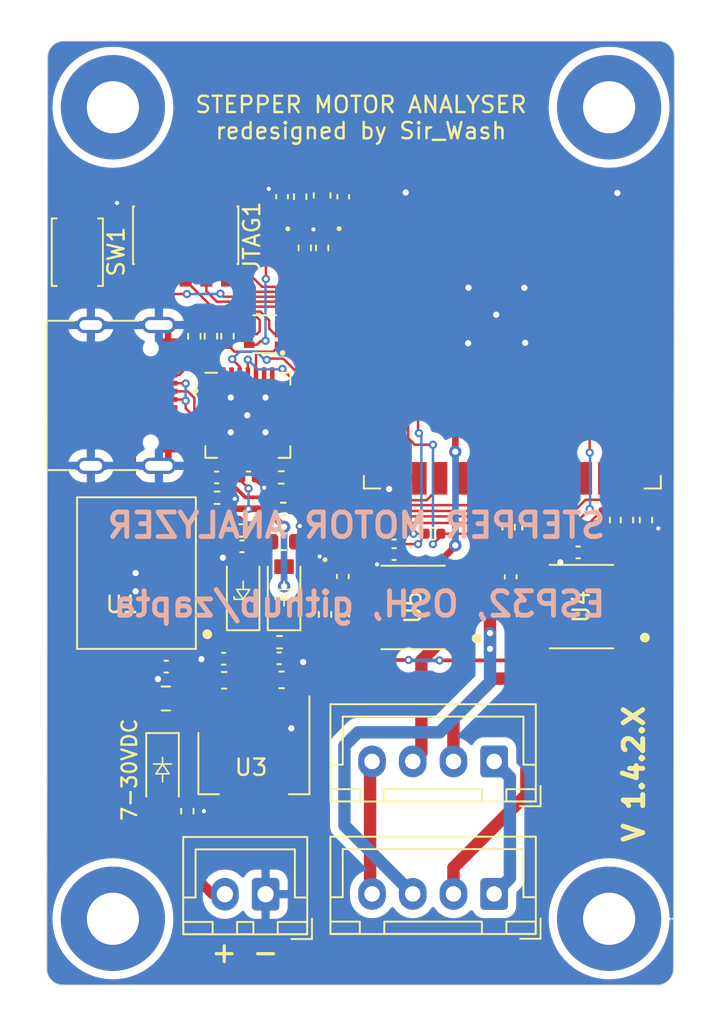
<source format=kicad_pcb>
(kicad_pcb (version 20221018) (generator pcbnew)
  (layers (0 "F.Cu" signal) (31 "B.Cu" signal) (34 "B.Paste" user) (35 "F.Paste" user) (36 "B.SilkS" user "B.Silkscreen") (37 "F.SilkS" user "F.Silkscreen") (38 "B.Mask" user) (39 "F.Mask" user) (44 "Edge.Cuts" user))
  (net 0 "")
  (net 1 "Net-(D6-A)")
  (net 2 "Net-(U3-VO)")
  (net 3 "Net-(U4-NC)")
  (net 4 "Net-(U5-NC)")
  (net 5 "Net-(D1-A)")
  (net 6 "Net-(D2-A)")
  (net 7 "Net-(D3-A)")
  (net 8 "GNDD")
  (net 9 "Net-(D4-A)")
  (net 10 "Net-(J1-Pin_1)")
  (net 13 "+3V3")
  (net 14 "Net-(J1-Pin_2)")
  (net 15 "Net-(J1-Pin_3)")
  (net 16 "Net-(J1-Pin_4)")
  (net 17 "Net-(J2-Pin_2)")
  (net 18 "Net-(J2-Pin_3)")
  (net 19 "Net-(J4-CC1)")
  (net 21 "Net-(J4-CC2)")
  (net 25 "Net-(Q1A-B1)")
  (net 26 "Net-(Q1B-B2)")
  (net 27 "Net-(U2-~{RSTb})")
  (net 28 "Net-(U2-RXD)")
  (net 29 "Net-(U2-TXD)")
  (net 30 "Net-(U4-VIOUT)")
  (net 31 "Net-(U5-VIOUT)")
  (net 50 "VBUS")
  (net 51 "EN")
  (net 52 "D+")
  (net 54 "D-")
  (net 56 "ESP_TMS")
  (net 57 "ESP_TCK")
  (net 63 "ESP_TDO")
  (net 64 "ESP_TDI")
  (net 65 "RTS")
  (net 66 "DTR")
  (net 67 "IO0")
  (net 68 "LED1")
  (net 69 "LED2")
  (net 70 "TXD0")
  (net 71 "RXD0")
  (net 72 "CHB")
  (net 73 "CHA")
  (net 74 "CFG1")
  (net 75 "CFG2")
  (net 76 "SWITCH")
  (net 88 "Net-(D3-K)")
  (net 89 "Net-(D5-K)")
  (footprint "Capacitor_SMD:C_0402_1005Metric" (layer "F.Cu") (at 10.8712 -12.9032)
    (fp_text reference "C8" hide)
    (fp_text value "100n")
  )
  (footprint "Capacitor_SMD:C_0603_1608Metric" (layer "F.Cu") (at 14.4272 -11.6078 180)
    (fp_text reference "C10" hide)
    (fp_text value "10u")
  )
  (footprint "Capacitor_SMD:C_0402_1005Metric" (layer "F.Cu") (at 14.2748 -12.9286 180)
    (fp_text reference "C11" hide)
    (fp_text value "100n")
  )
  (footprint "Capacitor_SMD:C_0402_1005Metric" (layer "F.Cu") (at 12.3952 -24.0262 180)
    (fp_text reference "C4" hide)
    (fp_text value "100n")
  )
  (footprint "Capacitor_SMD:C_0402_1005Metric" (layer "F.Cu") (at 10.4394 -24.0262)
    (fp_text reference "C7" hide)
    (fp_text value "100n")
  )
  (footprint "Resistor_SMD:R_0402_1005Metric" (layer "F.Cu") (at 17.0942 -15.6188 -90)
    (fp_text reference "R6" hide)
    (fp_text value "5K1")
  )
  (footprint "Resistor_SMD:R_0402_1005Metric" (layer "F.Cu") (at 15.8496 -38.1069 -90)
    (fp_text reference "R1" hide)
    (fp_text value "5K1")
  )
  (footprint "Resistor_SMD:R_0402_1005Metric" (layer "F.Cu") (at 16.9164 -38.1069 -90)
    (fp_text reference "R2" hide)
    (fp_text value "5K1")
  )
  (footprint "Resistor_SMD:R_0402_1005Metric" (layer "F.Cu") (at 14.4018 -24.0262)
    (fp_text reference "R7" hide)
    (fp_text value "5K1")
  )
  (footprint "stepper_monitor:QFN-28-1EP_5x5mm_P0.5mm_EP3.35x3.35mm" (layer "F.Cu") (at 12.3538 -27.838284 -90)
    (fp_text reference "U2" hide)
    (fp_text value "CP2102-GMR-QFN28")
  )
  (footprint "stepper_monitor:ESP32-WROOM-32U" (layer "F.Cu") (at 28.6004 -32.4268 90)
    (fp_text reference "U6" hide)
    (fp_text value "ESP32-WROOM-32U-N4")
  )
  (footprint "stepper_monitor:USB_C_Receptacle_XKB_U262-16XN-4BVC11" (layer "F.Cu") (at 5.2846 -29.0574 -90)
    (fp_text reference "J4" hide)
    (fp_text value "USB_C_Receptacle_USB2.0")
  )
  (footprint "Resistor_SMD:R_0402_1005Metric" (layer "F.Cu") (at 9.0678 -32.6898 -90)
    (fp_text reference "R4" hide)
    (fp_text value "5K1")
  )
  (footprint "Resistor_SMD:R_0402_1005Metric" (layer "F.Cu") (at 10.4648 -22.7816 180)
    (fp_text reference "R5" hide)
    (fp_text value "5K1")
  )
  (footprint "MountingHole:MountingHole_3.2mm_M3_Pad" (layer "F.Cu") (at 34.544 -46.736)
    (fp_text reference "H2" hide)
    (fp_text value "MountingHole_Pad")
  )
  (footprint "Capacitor_SMD:C_0402_1005Metric" (layer "F.Cu") (at 32.639 -19.4288)
    (fp_text reference "C14" hide)
    (fp_text value "100n")
  )
  (footprint "stepper_monitor:SOIC-8_3.9x4.9mm_P1.27mm" (layer "F.Cu") (at 32.8422 -16.1014 90)
    (fp_text reference "U4")
    (fp_text value "CC6920BSO-5A")
  )
  (footprint "MountingHole:MountingHole_3.2mm_M3_Pad" (layer "F.Cu") (at 34.544 3.048)
    (fp_text reference "H3" hide)
    (fp_text value "MountingHole_Pad")
  )
  (footprint "Resistor_SMD:R_0402_1005Metric" (layer "F.Cu") (at 36.8046 -21.41 -90)
    (fp_text reference "R17" hide)
    (fp_text value "DNP")
  )
  (footprint "Capacitor_SMD:C_0402_1005Metric" (layer "F.Cu") (at 28.4988 -17.9302 -90)
    (fp_text reference "C15" hide)
    (fp_text value "DNP")
  )
  (footprint "Resistor_SMD:R_0402_1005Metric" (layer "F.Cu") (at 28.4988 -15.6696 -90)
    (fp_text reference "R19" hide)
    (fp_text value "1K")
  )
  (footprint "Connector_JST:JST_XH_B4B-XH-A_1x04_P2.50mm_Vertical" (layer "F.Cu") (at 27.4823 -6.604 180)
    (fp_text reference "J1" hide)
    (fp_text value "JST-XH_01x04_Pin")
  )
  (footprint "stepper_monitor:D_SOD-123" (layer "F.Cu") (at 12.065 -16.9042 90)
    (fp_text reference "D6" hide)
    (fp_text value "B5819W ")
  )
  (footprint "Capacitor_SMD:C_0402_1005Metric" (layer "F.Cu") (at 7.3406 -12.4206)
    (fp_text reference "C2" hide)
    (fp_text value "100n 50V")
  )
  (footprint "Resistor_SMD:R_0402_1005Metric" (layer "F.Cu") (at 14.3002 -13.9192 180)
    (fp_text reference "R16" hide)
    (fp_text value "0R")
  )
  (footprint "stepper_monitor:SOT-223-3_TabPin2" (layer "F.Cu") (at 12.7254 -6.502 90)
    (fp_text reference "U3")
    (fp_text value "AMS1117-3.3")
  )
  (footprint "Capacitor_SMD:C_0805_2012Metric" (layer "F.Cu") (at 7.3152 -10.4648)
    (fp_text reference "C1" hide)
    (fp_text value "10u 50V")
  )
  (footprint "Capacitor_SMD:C_0402_1005Metric" (layer "F.Cu") (at 14.4526 -41.2494 -90)
    (fp_text reference "C9" hide)
    (fp_text value "2u2")
  )
  (footprint "Resistor_SMD:R_0402_1005Metric" (layer "F.Cu") (at 11.9888 -20.7772)
    (fp_text reference "R8" hide)
    (fp_text value "10K")
  )
  (footprint "Capacitor_SMD:C_0402_1005Metric" (layer "F.Cu") (at 18.1864 -17.9556 -90)
    (fp_text reference "C18" hide)
    (fp_text value "DNP")
  )
  (footprint "Capacitor_SMD:C_0402_1005Metric" (layer "F.Cu") (at 23.7236 -20.574 180)
    (fp_text reference "C16" hide)
    (fp_text value "2n2")
  )
  (footprint "Resistor_SMD:R_0402_1005Metric" (layer "F.Cu") (at 35.6362 -21.41 -90)
    (fp_text reference "R18" hide)
    (fp_text value "DNP")
  )
  (footprint "Resistor_SMD:R_0402_1005Metric" (layer "F.Cu") (at 28.3718 -20.9782 -90)
    (fp_text reference "R15" hide)
    (fp_text value "1K")
  )
  (footprint "stepper_monitor:SW_Push_SPST_NO_Alps_SKRK" (layer "F.Cu") (at 1.8796 -37.8438 -90)
    (fp_text reference "SW1")
    (fp_text value "SW_Push")
  )
  (footprint "stepper_monitor:D2_SOD-123" (layer "F.Cu") (at 7.112 -6.096 -90)
    (fp_text reference "D3" hide)
    (fp_text value "SM4007PL")
  )
  (footprint "stepper_monitor:Converter_DCDC" (layer "F.Cu") (at 5.2324 -18.1588 90)
    (fp_text reference "U1")
    (fp_text value "5V")
  )
  (footprint "Resistor_SMD:R_0402_1005Metric" (layer "F.Cu") (at 11.0998 -32.6898 -90)
    (fp_text reference "R11" hide)
    (fp_text value "5K1")
  )
  (footprint "Resistor_SMD:R_0402_1005Metric" (layer "F.Cu") (at 8.636 -3.554 -90)
    (fp_text reference "R3" hide)
    (fp_text value "200K")
  )
  (footprint "stepper_monitor:LED_0402_1005Metric_Pad0.77x0.64mm_HandSolder" (layer "F.Cu") (at 14.8082 -38.0815 -90)
    (fp_text reference "D1" hide)
    (fp_text value "RED")
  )
  (footprint "Capacitor_SMD:C_0603_1608Metric" (layer "F.Cu") (at 14.5542 -20.0792 180)
    (fp_text reference "C5" hide)
    (fp_text value "10u")
  )
  (footprint "Resistor_SMD:R_0402_1005Metric" (layer "F.Cu") (at 15.5702 -41.2516 90)
    (fp_text reference "R12" hide)
    (fp_text value "10K")
  )
  (footprint "Capacitor_SMD:C_0402_1005Metric" (layer "F.Cu") (at 11.9914 -19.7998)
    (fp_text reference "C3" hide)
    (fp_text value "100n")
  )
  (footprint "Resistor_SMD:R_0402_1005Metric" (layer "F.Cu") (at 29.591 -20.9782 -90)
    (fp_text reference "R14" hide)
    (fp_text value "1K")
  )
  (footprint "MountingHole:MountingHole_3.2mm_M3_Pad" (layer "F.Cu") (at 4.064 -46.736)
    (fp_text reference "H4" hide)
    (fp_text value "MountingHole_Pad")
  )
  (footprint "stepper_monitor:SOT-363_SC-70-6" (layer "F.Cu") (at 13.3858 -32.8168 90)
    (fp_text reference "Q1" hide)
    (fp_text value "MMDT2222A")
  )
  (footprint "stepper_monitor:LED_0402_1005Metric_Pad0.77x0.64mm_HandSolder" (layer "F.Cu") (at 17.0942 -17.7778 -90)
    (fp_text reference "D4" hide)
    (fp_text value "RED")
  )
  (footprint "Resistor_SMD:R_0402_1005Metric" (layer "F.Cu") (at 14.5288 -22.098 180)
    (fp_text reference "R9" hide)
    (fp_text value "10K")
  )
  (footprint "Resistor_SMD:R_0402_1005Metric" (layer "F.Cu") (at 18.1864 -15.6442 -90)
    (fp_text reference "R20" hide)
    (fp_text value "1K")
  )
  (footprint "stepper_monitor:LED_0402_1005Metric_Pad0.77x0.64mm_HandSolder" (layer "F.Cu") (at 17.9578 -38.0863 -90)
    (fp_text reference "D2" hide)
    (fp_text value "GREEN")
  )
  (footprint "Connector_JST:JST_XH_B2B-XH-A_1x02_P2.50mm_Vertical" (layer "F.Cu") (at 13.442 1.541 180)
    (fp_text reference "J3" hide)
    (fp_text value "JST-XH_01x02_Pin")
  )
  (footprint "stepper_monitor:SOIC-8_3.9x4.9mm_P1.27mm" (layer "F.Cu") (at 22.5044 -16.0506 90)
    (fp_text reference "U5")
    (fp_text value "CC6920BSO-5A")
  )
  (footprint "Capacitor_SMD:C_0402_1005Metric" (layer "F.Cu") (at 21.336 -20.574)
    (fp_text reference "C19" hide)
    (fp_text value "2n2")
  )
  (footprint "Capacitor_SMD:C_0402_1005Metric" (layer "F.Cu") (at 21.336 -19.3272)
    (fp_text reference "C17" hide)
    (fp_text value "100n")
  )
  (footprint "Capacitor_SMD:C_0603_1608Metric" (layer "F.Cu") (at 10.8966 -11.5824)
    (fp_text reference "C6" hide)
    (fp_text value "10u")
  )
  (footprint "Resistor_SMD:R_0402_1005Metric" (layer "F.Cu") (at 34.2138 -21.41 -90)
    (fp_text reference "R13" hide)
    (fp_text value "10K")
  )
  (footprint "Resistor_SMD:R_0402_1005Metric" (layer "F.Cu") (at 10.0838 -32.6898 90)
    (fp_text reference "R10" hide)
    (fp_text value "5K1")
  )
  (footprint "MountingHole:MountingHole_3.2mm_M3_Pad" (layer "F.Cu") (at 4.064 3.048)
    (fp_text reference "H1" hide)
    (fp_text value "MountingHole_Pad")
  )
  (footprint "stepper_monitor:PinHeader_2x05_P1.27mm_Vertical_SMD" (layer "F.Cu") (at 8.5344 -38.8852 180)
    (fp_text reference "J5" hide)
    (fp_text value "JTAG")
  )
  (footprint "Capacitor_SMD:C_0402_1005Metric" (layer "F.Cu") (at 18.2118 -41.2474 90)
    (fp_text reference "C13" hide)
    (fp_text value "100n")
  )
  (footprint "stepper_monitor:D_SOD-123" (layer "F.Cu") (at 14.5796 -16.9042 90)
    (fp_text reference "D5" hide)
    (fp_text value "B5819W ")
  )
  (footprint "Capacitor_SMD:C_0603_1608Metric" (layer "F.Cu") (at 16.9164 -41.3258 -90)
    (fp_text reference "C12" hide)
    (fp_text value "10u")
  )
  (footprint "Connector_JST:JST_XH_B4B-XH-A_1x04_P2.50mm_Vertical" (layer "F.Cu") (at 27.4823 1.524 180)
    (fp_text reference "J2" hide)
    (fp_text value "JST-XH_01x04_Pin")
  )
  (gr_line (start 1.054 -50.8) (end 37.554 -50.8) (stroke (width 0.05)) (layer "Edge.Cuts"))
  (gr_arc (start 0.054 -49.8) (mid 0.346893 -50.507107) (end 1.054 -50.8) (stroke (width 0.05)) (layer "Edge.Cuts"))
  (gr_arc (start 1 7.112) (mid 0.292893 6.819107) (end 0 6.112) (stroke (width 0.05)) (layer "Edge.Cuts"))
  (gr_arc (start 37.554 -50.8) (mid 38.261107 -50.507107) (end 38.554 -49.8) (stroke (width 0.05)) (layer "Edge.Cuts"))
  (gr_line (start 38.5 6.112) (end 38.554 -49.8) (stroke (width 0.05)) (layer "Edge.Cuts"))
  (gr_line (start 1 7.112) (end 37.5 7.112) (stroke (width 0.05)) (layer "Edge.Cuts"))
  (gr_arc (start 38.5 6.112) (mid 38.207107 6.819107) (end 37.5 7.112) (stroke (width 0.05)) (layer "Edge.Cuts"))
  (gr_line (start 0.054 -49.8) (end 0 6.112) (stroke (width 0.05)) (layer "Edge.Cuts"))
  (gr_text "STEPPER MOTOR ANALYZER\n\nESP32, OSH, github/zapta" (at 34.4678 -18.669) (layer "B.SilkS") (effects (font (size 1.5 1.5) (thickness 0.3)) (justify left mirror)))
  (gr_text "STEPPER MOTOR ANALYSER\nredesigned by Sir_Wash" (at 19.304 -44.704) (layer "F.SilkS") (effects (font (size 1 1)) (justify bottom)))
  (gr_text "+" (at 10.902 5.097) (layer "F.SilkS") (effects (font (size 1.27 1.27) (thickness 0.2032))))
  (gr_text "V 1.4.2.X" (at 36.068 -1.524 90) (layer "F.SilkS") (effects (font (size 1.2 1.2) (thickness 0.3)) (justify left)))
  (gr_text "7-30VDC" (at 5.08 -6.096 90) (layer "F.SilkS") (effects (font (size 0.9 0.9))))
  (gr_text "-" (at 13.442 5.097) (layer "F.SilkS") (effects (font (size 1.27 1.27) (thickness 0.2032))))
  (gr_text "JTAG1" (at 12.5984 -38.7858 90) (layer "F.SilkS") (effects (font (size 1 1))))
  (segment (start 12.4714 -19.7998) (end 12.4714 -18.9606) (width 0.4064) (layer "F.Cu") (net 1))
  (segment (start 12.4714 -18.9606) (end 12.065 -18.5542) (width 0.4064) (layer "F.Cu") (net 1))
  (segment (start 12.4714 -20.763) (end 12.4988 -20.7904) (width 0.3048) (layer "F.Cu") (net 1))
  (segment (start 13.4998 -19.7998) (end 13.7792 -20.0792) (width 0.3048) (layer "F.Cu") (net 1))
  (segment (start 10.0054 -20.6988) (end 8.3518 -20.6988) (width 0.4064) (layer "F.Cu") (net 1))
  (segment (start 10.7726 -21.466) (end 10.0054 -20.6988) (width 0.4064) (layer "F.Cu") (net 1))
  (segment (start 12.4714 -19.7998) (end 13.4998 -19.7998) (width 0.3048) (layer "F.Cu") (net 1))
  (segment (start 12.4988 -20.7904) (end 11.8232 -21.466) (width 0.4064) (layer "F.Cu") (net 1))
  (segment (start 11.8232 -21.466) (end 10.7726 -21.466) (width 0.4064) (layer "F.Cu") (net 1))
  (segment (start 12.4714 -19.7998) (end 12.4714 -20.763) (width 0.4064) (layer "F.Cu") (net 1))
  (segment (start 13.7948 -11.7504) (end 13.6522 -11.6078) (width 0.4064) (layer "F.Cu") (net 2))
  (segment (start 12.7254 -11.049) (end 12.7254 -9.5008) (width 0.4064) (layer "F.Cu") (net 2))
  (segment (start 13.6522 -11.6078) (end 13.2842 -11.6078) (width 0.4064) (layer "F.Cu") (net 2))
  (segment (start 13.7948 -12.9286) (end 13.7948 -11.7504) (width 0.4064) (layer "F.Cu") (net 2))
  (segment (start 13.7648 -12.9586) (end 13.7948 -12.9286) (width 0.4064) (layer "F.Cu") (net 2))
  (segment (start 13.2842 -11.6078) (end 12.7254 -11.049) (width 0.4064) (layer "F.Cu") (net 2))
  (segment (start 12.7254 -9.5008) (end 12.7254 -3.2008) (width 0.6096) (layer "F.Cu") (net 2))
  (segment (start 13.7648 -14.0208) (end 13.7648 -12.9586) (width 0.4064) (layer "F.Cu") (net 2))
  (segment (start 29.3624 -16.7364) (end 30.3672 -16.7364) (width 0.1524) (layer "F.Cu") (net 3))
  (segment (start 28.4988 -17.4502) (end 28.6486 -17.4502) (width 0.1524) (layer "F.Cu") (net 3))
  (segment (start 28.6486 -17.4502) (end 29.3624 -16.7364) (width 0.1524) (layer "F.Cu") (net 3))
  (segment (start 18.1864 -17.4756) (end 18.9764 -16.6856) (width 0.1524) (layer "F.Cu") (net 4))
  (segment (start 18.9764 -16.6856) (end 20.0294 -16.6856) (width 0.1524) (layer "F.Cu") (net 4))
  (segment (start 15.8496 -38.6169) (end 15.8496 -38.5504) (width 0.1524) (layer "F.Cu") (net 5))
  (segment (start 15.8496 -38.5504) (end 14.8082 -37.509) (width 0.1524) (layer "F.Cu") (net 5))
  (segment (start 16.9164 -38.5552) (end 17.9578 -37.5138) (width 0.1524) (layer "F.Cu") (net 6))
  (segment (start 16.9164 -38.6169) (end 16.9164 -38.5552) (width 0.1524) (layer "F.Cu") (net 6))
  (segment (start 7.112 -1.524) (end 10.177 1.541) (width 0.6096) (layer "F.Cu") (net 7))
  (segment (start 7.112 -4.446) (end 7.112 -1.524) (width 0.6096) (layer "F.Cu") (net 7))
  (segment (start 10.177 1.541) (end 10.942 1.541) (width 0.6096) (layer "F.Cu") (net 7))
  (segment (start 15.189 -11.5946) (end 15.189 -9.3706) (width 0.6096) (layer "F.Cu") (net 8))
  (segment (start 9.8044 -40.8352) (end 4.3492 -40.8352) (width 0.3048) (layer "F.Cu") (net 8))
  (segment (start 30.7336 -18.0064) (end 32.156 -19.4288) (width 0.1524) (layer "F.Cu") (net 8))
  (segment (start 9.652 -3.556) (end 9.14 -3.044) (width 0.2286) (layer "F.Cu") (net 8))
  (segment (start 17.2898 -41.7274) (end 16.9164 -42.1008) (width 0.1524) (layer "F.Cu") (net 8))
  (segment (start 6.8326 -11.6586) (end 6.8326 -10.9322) (width 0.4064) (layer "F.Cu") (net 8))
  (segment (start 17.3736 -39.243) (end 16.383 -39.243) (width 0.1524) (layer "F.Cu") (net 8))
  (segment (start 29.2376 -18.0064) (end 30.3672 -18.0064) (width 0.1524) (layer "F.Cu") (net 8))
  (segment (start 8.3518 -18.1588) (end 9.7586 -18.1588) (width 0.3048) (layer "F.Cu") (net 8))
  (segment (start 7.4546 -32.2574) (end 8.1254 -32.2574) (width 0.1524) (layer "F.Cu") (net 8))
  (segment (start 36.8046 -20.9) (end 35.6362 -20.9) (width 0.1524) (layer "F.Cu") (net 8))
  (segment (start 6.8326 -11.6586) (end 6.8606 -11.6866) (width 0.4064) (layer "F.Cu") (net 8))
  (segment (start 20.2944 -18.6924) (end 20.2944 -18.2206) (width 0.1524) (layer "F.Cu") (net 8))
  (segment (start 2.8022 -40.8664) (end 4.318 -40.8664) (width 0.1524) (layer "F.Cu") (net 8))
  (segment (start 15.5428 -21.8206) (end 15.5428 -21.0444) (width 0.3048) (layer "F.Cu") (net 8))
  (segment (start 14.7548 -12.2576) (end 15.127 -11.8854) (width 0.3048) (layer "F.Cu") (net 8))
  (segment (start 11.8538 -28.338284) (end 12.3538 -27.838284) (width 0.1524) (layer "F.Cu") (net 8))
  (segment (start 18.2118 -41.7274) (end 17.2898 -41.7274) (width 0.1524) (layer "F.Cu") (net 8))
  (segment (start 8.1254 -32.2574) (end 9.0678 -33.1998) (width 0.1524) (layer "F.Cu") (net 8))
  (segment (start 17.9578 -38.6588) (end 17.3736 -39.243) (width 0.1524) (layer "F.Cu") (net 8))
  (segment (start 37.1004 -41.508) (end 35.0836 -41.508) (width 0.4064) (layer "F.Cu") (net 8))
  (segment (start 12.8752 -23.7875) (end 12.8752 -24.0262) (width 0.1524) (layer "F.Cu") (net 8))
  (segment (start 10.2362 -25.1184) (end 10.2362 -24.8136) (width 0.1524) (layer "F.Cu") (net 8))
  (segment (start 12.3538 -27.838284) (end 10.2362 -25.720684) (width 0.1524) (layer "F.Cu") (net 8))
  (segment (start 11.5114 -19.7998) (end 11.5114 -20.7578) (width 0.3048) (layer "F.Cu") (net 8))
  (segment (start 10.9748 -22.7816) (end 11.480543 -22.7816) (width 0.1524) (layer "F.Cu") (net 8))
  (segment (start 10.1216 -11.6208) (end 9.4996 -12.2428) (width 0.2286) (layer "F.Cu") (net 8))
  (segment (start 19.881 -41.7274) (end 18.2118 -41.7274) (width 0.1524) (layer "F.Cu") (net 8))
  (segment (start 5.461 -13.8202) (end 5.461 -17.0416) (width 0.4064) (layer "F.Cu") (net 8))
  (segment (start 18.6664 -17.9556) (end 20.0294 -17.9556) (width 0.1524) (layer "F.Cu") (net 8))
  (segment (start 5.461 -18.1588) (end 8.3518 -18.1588) (width 0.4064) (layer "F.Cu") (net 8))
  (segment (start 18.1864 -18.4356) (end 18.6664 -17.9556) (width 0.1524) (layer "F.Cu") (net 8))
  (segment (start 9.525 -12.9032) (end 9.4996 -12.8778) (width 0.2286) (layer "F.Cu") (net 8))
  (segment (start 6.8606 -11.6866) (end 6.8606 -12.4206) (width 0.4064) (layer "F.Cu") (net 8))
  (segment (start 9.7312 -18.0196) (end 11.5114 -19.7998) (width 0.3048) (layer "F.Cu") (net 8))
  (segment (start 14.7548 -12.9286) (end 14.7548 -12.2576) (width 0.3048) (layer "F.Cu") (net 8))
  (segment (start 9.14 -3.044) (end 8.636 -3.044) (width 0.2286) (layer "F.Cu") (net 8))
  (segment (start 15.0388 -22.098) (end 15.2654 -22.098) (width 0.3048) (layer "F.Cu") (net 8))
  (segment (start 20.1004 -41.508) (end 19.881 -41.7274) (width 0.1524) (layer "F.Cu") (net 8))
  (segment (start 4.3492 -40.8352) (end 4.318 -40.8664) (width 0.2286) (layer "F.Cu") (net 8))
  (segment (start 17.0942 -18.3503) (end 16.764 -18.6805) (width 0.1524) (layer "F.Cu") (net 8))
  (segment (start 10.1216 -11.5824) (end 10.1216 -11.6208) (width 0.2286) (layer "F.Cu") (net 8))
  (segment (start 11.093884 -28.338284) (end 11.8538 -28.338284) (width 0.1524) (layer "F.Cu") (net 8))
  (segment (start 5.461 -18.1588) (end 5.461 -17.0416) (width 0.4064) (layer "F.Cu") (net 8))
  (segment (start 15.2022 -11.6078) (end 15.189 -11.5946) (width 0.6096) (layer "F.Cu") (net 8))
  (segment (start 30.3672 -18.0064) (end 30.7336 -18.0064) (width 0.1524) (layer "F.Cu") (net 8))
  (segment (start 2.6718 -18.1588) (end 5.461 -18.1588) (width 0.4064) (layer "F.Cu") (net 8))
  (segment (start 15.5428 -21.0444) (end 15.5428 -20.2928) (width 0.3048) (layer "F.Cu") (net 8))
  (segment (start 23.2436 -20.574) (end 22.5298 -20.574) (width 0.1524) (layer "F.Cu") (net 8))
  (segment (start 6.8326 -10.9322) (end 6.3652 -10.4648) (width 0.4064) (layer "F.Cu") (net 8))
  (segment (start 28.8338 -18.4102) (end 29.2376 -18.0064) (width 0.1524) (layer "F.Cu") (net 8))
  (segment (start 20.2944 -18.2206) (end 20.0294 -17.9556) (width 0.1524) (layer "F.Cu") (net 8))
  (segment (start 11.5114 -20.7578) (end 11.4788 -20.7904) (width 0.3048) (layer "F.Cu") (net 8))
  (segment (start 15.0254 -8.636) (end 15.0254 -9.5008) (width 0.6096) (layer "F.Cu") (net 8))
  (segment (start 9.9038 -28.338284) (end 11.093884 -28.338284) (width 0.1524) (layer "F.Cu") (net 8))
  (segment (start 11.480543 -22.7816) (end 11.547043 -22.7151) (width 0.1524) (layer "F.Cu") (net 8))
  (segment (start 13.6424 -41.7294) (end 13.6396 -41.7322) (width 0.1524) (layer "F.Cu") (net 8))
  (segment (start 35.0836 -41.508) (end 35.0518 -41.4762) (width 0.2286) (layer "F.Cu") (net 8))
  (segment (start 15.5428 -20.2928) (end 15.3292 -20.0792) (width 0.3048) (layer "F.Cu") (net 8))
  (segment (start 32.156 -19.4288) (end 32.159 -19.4288) (width 0.1524) (layer "F.Cu") (net 8))
  (segment (start 15.748 -12.1536) (end 15.2022 -11.6078) (width 0.6096) (layer "F.Cu") (net 8))
  (segment (start 1.8796 -39.9438) (end 2.8022 -40.8664) (width 0.1524) (layer "F.Cu") (net 8))
  (segment (start 7.161 -33.3774) (end 7.4546 -33.0838) (width 0.4064) (layer "F.Cu") (net 8))
  (segment (start 10.2362 -25.720684) (end 10.2362 -25.1184) (width 0.1524) (layer "F.Cu") (net 8))
  (segment (start 37.5646 -20.9) (end 37.5666 -20.902) (width 0.1524) (layer "F.Cu") (net 8))
  (segment (start 22.8854 -23.998) (end 21.7142 -23.998) (width 0.4064) (layer "F.Cu") (net 8))
  (segment (start 21.7142 -23.998) (end 21.0312 -23.315) (width 0.4064) (layer "F.Cu") (net 8))
  (segment (start 13.3604 -23.3934) (end 12.8752 -23.7875) (width 0.1524) (layer "F.Cu") (net 8))
  (segment (start 14.4526 -41.7294) (end 13.6424 -41.7294) (width 0.1524) (layer "F.Cu") (net 8))
  (segment (start 6.8606 -12.4206) (end 5.461 -13.8202) (width 0.4064) (layer "F.Cu") (net 8))
  (segment (start 15.2654 -22.098) (end 15.5428 -21.8206) (width 0.3048) (layer "F.Cu") (net 8))
  (segment (start 15.3972 -39.243) (end 16.383 -39.243) (width 0.1524) (layer "F.Cu") (net 8))
  (segment (start 10.3912 -12.9032) (end 9.525 -12.9032) (width 0.2286) (layer "F.Cu") (net 8))
  (segment (start 6.8896 -33.3774) (end 7.161 -33.3774) (width 0.4064) (layer "F.Cu") (net 8))
  (segment (start 20.856 -19.3272) (end 20.856 -19.254) (width 0.1524) (layer "F.Cu") (net 8))
  (segment (start 22.5298 -20.574) (end 21.816 -20.574) (width 0.1524) (layer "F.Cu") (net 8))
  (segment (start 10.2362 -24.8136) (end 10.894 -24.1558) (width 0.1524) (layer "F.Cu") (net 8))
  (segment (start 7.4546 -33.0838) (end 7.4546 -32.2574) (width 0.4064) (layer "F.Cu") (net 8))
  (segment (start 16.764 -18.6805) (end 16.764 -19.177) (width 0.1524) (layer "F.Cu") (net 8))
  (segment (start 7.4674 -25.1129) (end 7.4674 -25.5815) (width 0.4064) (layer "F.Cu") (net 8))
  (segment (start 36.8046 -20.9) (end 37.5646 -20.9) (width 0.1524) (layer "F.Cu") (net 8))
  (segment (start 20.1004 -41.508) (end 22.047 -41.508) (width 0.4064) (layer "F.Cu") (net 8))
  (segment (start 10.894 -24.1558) (end 10.894 -24.0516) (width 0.1524) (layer "F.Cu") (net 8))
  (segment (start 20.856 -19.254) (end 20.2944 -18.6924) (width 0.1524) (layer "F.Cu") (net 8))
  (segment (start 15.748 -12.7) (end 15.748 -12.1536) (width 0.6096) (layer "F.Cu") (net 8))
  (segment (start 9.4996 -12.2428) (end 9.4996 -12.8778) (width 0.2286) (layer "F.Cu") (net 8))
  (segment (start 14.8082 -38.654) (end 15.3972 -39.243) (width 0.1524) (layer "F.Cu") (net 8))
  (segment (start 28.4988 -18.4102) (end 28.8338 -18.4102) (width 0.1524) (layer "F.Cu") (net 8))
  (via (at 11.303 -28.9306) (size 0.762) (drill 0.381) (layers "F.Cu" "B.Cu") (net 8))
  (via (at 6.8326 -11.6586) (size 0.762) (drill 0.381) (layers "F.Cu" "B.Cu") (net 8))
  (via (at 13.4366 -28.9306) (size 0.762) (drill 0.381) (layers "F.Cu" "B.Cu") (net 8))
  (via (at 13.3604 -23.3934) (size 0.508) (drill 0.254) (layers "F.Cu" "B.Cu") (net 8))
  (via (at 31.5466 -18.8194) (size 0.762) (drill 0.381) (layers "F.Cu" "B.Cu") (net 8))
  (via (at 15.0254 -8.636) (size 0.762) (drill 0.381) (layers "F.Cu" "B.Cu") (net 8))
  (via (at 13.6396 -41.7322) (size 0.508) (drill 0.254) (layers "F.Cu" "B.Cu") (net 8))
  (via (at 29.3878 -32.2834) (size 0.762) (drill 0.381) (layers "F.Cu" "B.Cu") (net 8))
  (via (at 16.764 -19.177) (size 0.508) (drill 0.254) (layers "F.Cu" "B.Cu") (net 8))
  (via (at 25.8826 -32.258) (size 0.762) (drill 0.381) (layers "F.Cu" "B.Cu") (net 8))
  (via (at 9.652 -3.556) (size 0.508) (drill 0.254) (layers "F.Cu" "B.Cu") (net 8))
  (via (at 12.319 -27.8384) (size 0.762) (drill 0.381) (layers "F.Cu" "B.Cu") (net 8))
  (via (at 13.4366 -26.797) (size 0.762) (drill 0.381) (layers "F.Cu" "B.Cu") (net 8))
  (via (at 11.547043 -22.7151) (size 0.508) (drill 0.254) (layers "F.Cu" "B.Cu") (net 8))
  (via (at 29.337 -35.6616) (size 0.762) (drill 0.381) (layers "F.Cu" "B.Cu") (net 8))
  (via (at 35.0518 -41.4762) (size 0.762) (drill 0.381) (layers "F.Cu" "B.Cu") (net 8))
  (via (at 25.908 -35.6616) (size 0.762) (drill 0.381) (layers "F.Cu" "B.Cu") (net 8))
  (via (at 10.8204 -19.1008) (size 0.762) (drill 0.381) (layers "F.Cu" "B.Cu") (net 8))
  (via (at 16.383 -39.243) (size 0.508) (drill 0.254) (layers "F.Cu" "B.Cu") (net 8))
  (via (at 21.0312 -23.315) (size 0.762) (drill 0.381) (layers "F.Cu" "B.Cu") (net 8))
  (via (at 15.748 -12.7) (size 0.762) (drill 0.381) (layers "F.Cu" "B.Cu") (net 8))
  (via (at 4.318 -40.8664) (size 0.762) (drill 0.254) (layers "F.Cu" "B.Cu") (net 8))
  (via (at 5.461 -17.0416) (size 0.762) (drill 0.381) (layers "F.Cu" "B.Cu") (net 8))
  (via (at 15.5428 -21.0444) (size 0.508) (drill 0.254) (layers "F.Cu" "B.Cu") (net 8))
  (via (at 22.5298 -20.574) (size 0.508) (drill 0.254) (layers "F.Cu" "B.Cu") (net 8))
  (via (at 9.4996 -12.8778) (size 0.762) (drill 0.381) (layers "F.Cu" "B.Cu") (net 8))
  (via (at 37.5666 -20.902) (size 0.508) (drill 0.254) (layers "F.Cu" "B.Cu") (net 8))
  (via (at 5.461 -18.1588) (size 0.762) (drill 0.381) (layers "F.Cu" "B.Cu") (net 8))
  (via (at 22.047 -41.508) (size 0.762) (drill 0.381) (layers "F.Cu" "B.Cu") (net 8))
  (via (at 20.2944 -18.6924) (size 0.508) (drill 0.254) (layers "F.Cu" "B.Cu") (net 8))
  (via (at 11.303 -26.797) (size 0.762) (drill 0.381) (layers "F.Cu" "B.Cu") (net 8))
  (via (at 27.6098 -34.0106) (size 0.762) (drill 0.381) (layers "F.Cu" "B.Cu") (net 8))
  (segment (start 17.0942 -17.2053) (end 17.0942 -16.1288) (width 0.1524) (layer "F.Cu") (net 9))
  (segment (start 28.448 0.5583) (end 28.448 -5.6383) (width 0.762) (layer "B.Cu") (net 10))
  (segment (start 28.448 -5.6383) (end 27.4823 -6.604) (width 0.762) (layer "B.Cu") (net 10))
  (segment (start 27.4823 1.524) (end 28.448 0.5583) (width 0.762) (layer "B.Cu") (net 10))
  (segment (start 14.7848 -14.0208) (end 16.2052 -14.0208) (width 0.4064) (layer "F.Cu") (net 13))
  (segment (start 30.3672 -14.162) (end 29.0068 -12.8016) (width 0.2286) (layer "F.Cu") (net 13))
  (segment (start 10.5638 -23.4218) (end 11.576017 -23.4218) (width 0.2286) (layer "F.Cu") (net 13))
  (segment (start 9.9038 -26.338284) (end 9.9038 -26.0052) (width 0.2286) (layer "F.Cu") (net 13))
  (segment (start 15.7056 -41.7616) (end 15.5702 -41.7616) (width 0.3048) (layer "F.Cu") (net 13))
  (segment (start 25.1204 -29.8176) (end 23.7998 -31.1382) (width 0.4064) (layer "F.Cu") (net 13))
  (segment (start 32.0802 -15.1892) (end 32.0802 -17.727) (width 0.2286) (layer "F.Cu") (net 13))
  (segment (start 25.0952 -25.6032) (end 25.1204 -29.8176) (width 0.4064) (layer "F.Cu") (net 13))
  (segment (start 16.2052 -15.1088) (end 17.0942 -15.1088) (width 0.1524) (layer "F.Cu") (net 13))
  (segment (start 34.2138 -20.5236) (end 34.2138 -20.9) (width 0.1524) (layer "F.Cu") (net 13))
  (segment (start 20.1004 -40.238) (end 18.7412 -40.238) (width 0.3048) (layer "F.Cu") (net 13))
  (segment (start 18.4284 -40.5508) (end 16.9164 -40.5508) (width 0.3048) (layer "F.Cu") (net 13))
  (segment (start 23.7998 -37.945) (end 21.5068 -40.238) (width 0.4064) (layer "F.Cu") (net 13))
  (segment (start 16.2052 -14.0208) (end 16.8148 -13.4112) (width 0.4064) (layer "F.Cu") (net 13))
  (segment (start 30.3672 -14.1964) (end 31.0874 -14.1964) (width 0.3048) (layer "F.Cu") (net 13))
  (segment (start 16.8148 -13.4112) (end 21.463 -13.4112) (width 0.4064) (layer "F.Cu") (net 13))
  (segment (start 16.9164 -40.5508) (end 15.7056 -41.7616) (width 0.3048) (layer "F.Cu") (net 13))
  (segment (start 25.0952 -19.812) (end 25.0952 -19.8628) (width 0.4064) (layer "F.Cu") (net 13))
  (segment (start 32.0802 -17.727) (end 33.119 -18.7658) (width 0.2286) (layer "F.Cu") (net 13))
  (segment (start 21.816 -15.0578) (end 21.816 -19.3272) (width 0.2286) (layer "F.Cu") (net 13))
  (segment (start 12.190817 -22.807) (end 15.8772 -22.807) (width 0.2286) (layer "F.Cu") (net 13))
  (segment (start 20.0294 -14.1456) (end 20.9038 -14.1456) (width 0.1524) (layer "F.Cu") (net 13))
  (segment (start 14.9118 -22.8304) (end 14.9098 -22.8324) (width 0.1524) (layer "F.Cu") (net 13))
  (segment (start 23.2156 -17.9324) (end 25.0952 -19.812) (width 0.4064) (layer "F.Cu") (net 13))
  (segment (start 20.1422 -12.827) (end 22.225 -12.827) (width 0.2286) (layer "F.Cu") (net 13))
  (segment (start 21.5068 -40.238) (end 20.1004 -40.238) (width 0.4064) (layer "F.Cu") (net 13))
  (segment (start 20.0294 -14.1456) (end 20.0294 -13.4112) (width 0.2286) (layer "F.Cu") (net 13))
  (segment (start 11.576017 -23.4218) (end 12.190817 -22.807) (width 0.2286) (layer "F.Cu") (net 13))
  (segment (start 33.119 -18.7658) (end 33.119 -19.4288) (width 0.2286) (layer "F.Cu") (net 13))
  (segment (start 29.0068 -12.8016) (end 24.13 -12.8016) (width 0.2286) (layer "F.Cu") (net 13))
  (segment (start 14.9098 -22.8324) (end 14.9098 -24.0242) (width 0.2286) (layer "F.Cu") (net 13))
  (segment (start 33.119 -19.4288) (end 34.2138 -20.5236) (width 0.1524) (layer "F.Cu") (net 13))
  (segment (start 18.7412 -40.238) (end 18.4284 -40.5508) (width 0.3048) (layer "F.Cu") (net 13))
  (segment (start 20.0294 -12.9398) (end 20.1422 -12.827) (width 0.2286) (layer "F.Cu") (net 13))
  (segment (start 21.463 -13.4112) (end 23.2156 -15.1638) (width 0.4064) (layer "F.Cu") (net 13))
  (segment (start 9.9594 -24.0262) (end 10.5638 -23.4218) (width 0.2286) (layer "F.Cu") (net 13))
  (segment (start 16.2052 -22.479) (end 15.8772 -22.807) (width 0.2286) (layer "F.Cu") (net 13))
  (segment (start 20.0294 -13.4112) (end 20.0294 -12.9398) (width 0.2286) (layer "F.Cu") (net 13))
  (segment (start 14.9098 -24.0242) (end 14.9118 -24.0262) (width 0.1524) (layer "F.Cu") (net 13))
  (segment (start 9.5504 -25.6518) (end 9.5504 -24.4072) (width 0.2286) (layer "F.Cu") (net 13))
  (segment (start 23.2156 -15.1638) (end 23.2156 -17.9324) (width 0.4064) (layer "F.Cu") (net 13))
  (segment (start 9.9038 -26.0052) (end 9.5504 -25.6518) (width 0.2286) (layer "F.Cu") (net 13))
  (segment (start 31.0874 -14.1964) (end 32.0802 -15.1892) (width 0.2286) (layer "F.Cu") (net 13))
  (segment (start 16.2052 -22.479) (end 16.2052 -14.0208) (width 0.2286) (layer "F.Cu") (net 13))
  (segment (start 30.3672 -14.1964) (end 30.3672 -14.162) (width 0.2286) (layer "F.Cu") (net 13))
  (segment (start 9.9038 -26.838284) (end 9.9038 -26.338284) (width 0.2286) (layer "F.Cu") (net 13))
  (segment (start 23.7998 -31.1382) (end 23.7998 -37.945) (width 0.4064) (layer "F.Cu") (net 13))
  (segment (start 9.5504 -24.4072) (end 9.9314 -24.0262) (width 0.2286) (layer "F.Cu") (net 13))
  (segment (start 20.9038 -14.1456) (end 21.816 -15.0578) (width 0.2286) (layer "F.Cu") (net 13))
  (via (at 24.13 -12.8016) (size 0.508) (drill 0.254) (layers "F.Cu" "B.Cu") (net 13))
  (via (at 25.0952 -19.8628) (size 0.762) (drill 0.381) (layers "F.Cu" "B.Cu") (net 13))
  (via (at 22.225 -12.827) (size 0.508) (drill 0.254) (layers "F.Cu" "B.Cu") (net 13))
  (via (at 25.0952 -25.6032) (size 0.762) (drill 0.381) (layers "F.Cu" "B.Cu") (net 13))
  (segment (start 25.1066 -19.8742) (end 25.0952 -19.8628) (width 0.4064) (layer "B.Cu") (net 13))
  (segment (start 25.1066 -25.5918) (end 25.1066 -19.8742) (width 0.4064) (layer "B.Cu") (net 13))
  (segment (start 24.13 -12.8016) (end 22.2504 -12.8016) (width 0.2286) (layer "B.Cu") (net 13))
  (segment (start 22.2504 -12.8016) (end 22.225 -12.827) (width 0.2286) (layer "B.Cu") (net 13))
  (segment (start 25.0952 -25.6032) (end 25.1066 -25.5918) (width 0.4064) (layer "B.Cu") (net 13))
  (segment (start 30.988 -11.684) (end 27.432 -11.684) (width 0.762) (layer "F.Cu") (net 14))
  (segment (start 35.3172 -15.4664) (end 35.3172 -14.1964) (width 0.762) (layer "F.Cu") (net 14))
  (segment (start 33.528 -14.224) (end 30.988 -11.684) (width 0.762) (layer "F.Cu") (net 14))
  (segment (start 35.3172 -14.1964) (end 35.2896 -14.224) (width 0.762) (layer "F.Cu") (net 14))
  (segment (start 27.432 -11.684) (end 24.9823 -9.2343) (width 0.762) (layer "F.Cu") (net 14))
  (segment (start 35.2896 -14.224) (end 33.528 -14.224) (width 0.762) (layer "F.Cu") (net 14))
  (segment (start 24.9823 -9.2343) (end 24.9823 -6.604) (width 0.762) (layer "F.Cu") (net 14))
  (segment (start 24.9794 -15.4156) (end 24.9794 -14.1456) (width 0.762) (layer "F.Cu") (net 15))
  (segment (start 23.0124 -7.1341) (end 22.3769 -6.4986) (width 0.762) (layer "F.Cu") (net 15))
  (segment (start 24.9794 -14.1456) (end 24.360448 -14.1456) (width 0.762) (layer "F.Cu") (net 15))
  (segment (start 24.360448 -14.1456) (end 23.0124 -12.797552) (width 0.762) (layer "F.Cu") (net 15))
  (segment (start 23.0124 -12.797552) (end 23.0124 -7.1341) (width 0.762) (layer "F.Cu") (net 15))
  (segment (start 19.8623 1.404) (end 19.9823 1.524) (width 0.762) (layer "F.Cu") (net 16))
  (segment (start 19.9823 1.524) (end 19.9823 1.9417) (width 0.762) (layer "F.Cu") (net 16))
  (segment (start 19.9823 -6.604) (end 19.8623 -6.484) (width 0.762) (layer "F.Cu") (net 16))
  (segment (start 19.8623 -6.484) (end 19.8623 1.404) (width 0.762) (layer "F.Cu") (net 16))
  (segment (start 29.464 -6.096) (end 29.464 -4.572) (width 0.762) (layer "F.Cu") (net 17))
  (segment (start 29.464 -4.572) (end 24.9823 -0.0903) (width 0.762) (layer "F.Cu") (net 17))
  (segment (start 35.3172 -16.7364) (end 36.247074 -16.7364) (width 0.762) (layer "F.Cu") (net 17))
  (segment (start 36.247074 -16.7364) (end 37.084 -15.899474) (width 0.762) (layer "F.Cu") (net 17))
  (segment (start 35.3172 -18.0064) (end 35.3172 -16.7364) (width 0.762) (layer "F.Cu") (net 17))
  (segment (start 24.9823 -0.0903) (end 24.9823 1.524) (width 0.762) (layer "F.Cu") (net 17))
  (segment (start 37.084 -13.716) (end 29.464 -6.096) (width 0.762) (layer "F.Cu") (net 17))
  (segment (start 37.084 -15.899474) (end 37.084 -13.716) (width 0.762) (layer "F.Cu") (net 17))
  (segment (start 24.9794 -16.6856) (end 26.2382 -16.6856) (width 0.762) (layer "F.Cu") (net 18))
  (segment (start 26.2382 -16.6856) (end 27.2288 -15.695) (width 0.762) (layer "F.Cu") (net 18))
  (segment (start 24.9794 -17.9556) (end 24.9794 -16.6856) (width 0.762) (layer "F.Cu") (net 18))
  (segment (start 27.2288 -15.695) (end 27.2288 -13.5106) (width 0.762) (layer "F.Cu") (net 18))
  (via (at 27.2288 -13.5106) (size 0.762) (drill 0.381) (layers "F.Cu" "B.Cu") (net 18))
  (via (at 27.2288 -14.4758) (size 0.762) (drill 0.381) (layers "F.Cu" "B.Cu") (net 18))
  (segment (start 19.117259 -8.3886) (end 18.288 -7.559341) (width 0.762) (layer "B.Cu") (net 18))
  (segment (start 27.2288 -11.4808) (end 24.1366 -8.3886) (width 0.762) (layer "B.Cu") (net 18))
  (segment (start 27.2288 -13.5106) (end 27.2288 -11.4808) (width 0.762) (layer "B.Cu") (net 18))
  (segment (start 18.288 -2.6703) (end 22.4823 1.524) (width 0.762) (layer "B.Cu") (net 18))
  (segment (start 27.2288 -14.4758) (end 27.2288 -13.5106) (width 0.762) (layer "B.Cu") (net 18))
  (segment (start 24.1366 -8.3886) (end 19.117259 -8.3886) (width 0.762) (layer "B.Cu") (net 18))
  (segment (start 18.288 -7.559341) (end 18.288 -2.6703) (width 0.762) (layer "B.Cu") (net 18))
  (segment (start 9.0678 -31.2384) (end 9.0678 -32.1798) (width 0.1524) (layer "F.Cu") (net 19))
  (segment (start 7.4546 -30.3074) (end 8.1368 -30.3074) (width 0.1524) (layer "F.Cu") (net 19))
  (segment (start 8.1368 -30.3074) (end 9.0678 -31.2384) (width 0.1524) (layer "F.Cu") (net 19))
  (segment (start 8.89 -23.8464) (end 8.89 -26.5542) (width 0.1524) (layer "F.Cu") (net 21))
  (segment (start 9.9548 -22.7816) (end 8.89 -23.8464) (width 0.1524) (layer "F.Cu") (net 21))
  (segment (start 8.1368 -27.3074) (end 7.4546 -27.3074) (width 0.1524) (layer "F.Cu") (net 21))
  (segment (start 8.89 -26.5542) (end 8.1368 -27.3074) (width 0.1524) (layer "F.Cu") (net 21))
  (segment (start 13.119045 -34.199701) (end 11.083701 -34.199701) (width 0.1524) (layer "F.Cu") (net 25))
  (segment (start 11.083701 -34.199701) (end 10.0838 -33.1998) (width 0.1524) (layer "F.Cu") (net 25))
  (segment (start 14.3358 -32.8168) (end 14.0036 -32.8168) (width 0.1524) (layer "F.Cu") (net 25))
  (segment (start 13.6652 -33.653546) (end 13.119045 -34.199701) (width 0.1524) (layer "F.Cu") (net 25))
  (segment (start 14.0036 -32.8168) (end 13.6652 -33.1552) (width 0.1524) (layer "F.Cu") (net 25))
  (segment (start 13.6652 -33.1552) (end 13.6652 -33.653546) (width 0.1524) (layer "F.Cu") (net 25))
  (segment (start 13.081 -32.9846) (end 12.9132 -32.8168) (width 0.1524) (layer "F.Cu") (net 26))
  (segment (start 11.7954 -33.8954) (end 12.866 -33.8954) (width 0.1524) (layer "F.Cu") (net 26))
  (segment (start 11.0998 -33.1998) (end 11.7954 -33.8954) (width 0.1524) (layer "F.Cu") (net 26))
  (segment (start 13.081 -33.6804) (end 13.081 -32.9846) (width 0.1524) (layer "F.Cu") (net 26))
  (segment (start 12.866 -33.8954) (end 13.081 -33.6804) (width 0.1524) (layer "F.Cu") (net 26))
  (segment (start 12.9132 -32.8168) (end 12.4358 -32.8168) (width 0.1524) (layer "F.Cu") (net 26))
  (segment (start 13.2334 -24.6358) (end 13.6632 -24.206) (width 0.1524) (layer "F.Cu") (net 27))
  (segment (start 11.6586 -24.6358) (end 13.2334 -24.6358) (width 0.1524) (layer "F.Cu") (net 27))
  (segment (start 11.3538 -24.9406) (end 11.6586 -24.6358) (width 0.1524) (layer "F.Cu") (net 27))
  (segment (start 13.6632 -24.206) (end 13.6632 -24.0008) (width 0.1524) (layer "F.Cu") (net 27))
  (segment (start 11.3538 -25.388284) (end 11.3538 -24.9406) (width 0.1524) (layer "F.Cu") (net 27))
  (segment (start 26.1366 -21.2322) (end 27.5844 -19.7844) (width 0.1524) (layer "F.Cu") (net 28))
  (segment (start 15.5324 -29.6926) (end 15.4686 -29.6926) (width 0.1524) (layer "F.Cu") (net 28))
  (segment (start 28.9072 -19.7844) (end 29.591 -20.4682) (width 0.1524) (layer "F.Cu") (net 28))
  (segment (start 15.5324 -24.3434) (end 18.6436 -21.2322) (width 0.1524) (layer "F.Cu") (net 28))
  (segment (start 12.3538 -30.338284) (end 12.3538 -31.2514) (width 0.1524) (layer "F.Cu") (net 28))
  (segment (start 18.6436 -21.2322) (end 26.1366 -21.2322) (width 0.1524) (layer "F.Cu") (net 28))
  (segment (start 27.5844 -19.7844) (end 28.9072 -19.7844) (width 0.1524) (layer "F.Cu") (net 28))
  (segment (start 15.4686 -29.6926) (end 14.478 -30.6832) (width 0.1524) (layer "F.Cu") (net 28))
  (segment (start 15.5324 -29.6926) (end 15.5324 -24.3434) (width 0.1524) (layer "F.Cu") (net 28))
  (via (at 14.478 -30.6832) (size 0.508) (drill 0.254) (layers "F.Cu" "B.Cu") (net 28))
  (via (at 12.3538 -31.2514) (size 0.508) (drill 0.254) (layers "F.Cu" "B.Cu") (net 28))
  (segment (start 14.4526 -30.6578) (end 14.478 -30.6832) (width 0.1524) (layer "B.Cu") (net 28))
  (segment (start 12.3604 -31.2514) (end 12.954 -30.6578) (width 0.1524) (layer "B.Cu") (net 28))
  (segment (start 12.3538 -31.2514) (end 12.3604 -31.2514) (width 0.1524) (layer "B.Cu") (net 28))
  (segment (start 12.954 -30.6578) (end 14.4526 -30.6578) (width 0.1524) (layer "B.Cu") (net 28))
  (segment (start 16.0274 -29.815593) (end 14.524793 -31.3182) (width 0.1524) (layer "F.Cu") (net 29))
  (segment (start 11.8538 -30.338284) (end 11.8538 -30.818095) (width 0.1524) (layer "F.Cu") (net 29))
  (segment (start 28.3718 -20.4682) (end 27.561 -20.4682) (width 0.1524) (layer "F.Cu") (net 29))
  (segment (start 18.669 -21.6386) (end 16.0274 -24.2802) (width 0.1524) (layer "F.Cu") (net 29))
  (segment (start 14.524793 -31.3182) (end 13.5128 -31.3182) (width 0.1524) (layer "F.Cu") (net 29))
  (segment (start 11.8538 -30.818095) (end 11.392093 -31.279802) (width 0.1524) (layer "F.Cu") (net 29))
  (segment (start 16.0274 -24.2802) (end 16.0274 -29.815593) (width 0.1524) (layer "F.Cu") (net 29))
  (segment (start 27.561 -20.4682) (end 26.3906 -21.6386) (width 0.1524) (layer "F.Cu") (net 29))
  (segment (start 26.3906 -21.6386) (end 18.669 -21.6386) (width 0.1524) (layer "F.Cu") (net 29))
  (via (at 11.392093 -31.279802) (size 0.508) (drill 0.254) (layers "F.Cu" "B.Cu") (net 29))
  (via (at 13.5128 -31.242) (size 0.508) (drill 0.254) (layers "F.Cu" "B.Cu") (net 29))
  (segment (start 11.862291 -31.75) (end 11.392093 -31.279802) (width 0.1524) (layer "B.Cu") (net 29))
  (segment (start 13.3858 -31.242) (end 12.8778 -31.75) (width 0.1524) (layer "B.Cu") (net 29))
  (segment (start 13.5128 -31.242) (end 13.3858 -31.242) (width 0.1524) (layer "B.Cu") (net 29))
  (segment (start 12.8778 -31.75) (end 11.862291 -31.75) (width 0.1524) (layer "B.Cu") (net 29))
  (segment (start 28.4988 -15.1596) (end 28.9348 -15.5956) (width 0.1524) (layer "F.Cu") (net 30))
  (segment (start 30.238 -15.5956) (end 30.3672 -15.4664) (width 0.1524) (layer "F.Cu") (net 30))
  (segment (start 28.9348 -15.5956) (end 30.238 -15.5956) (width 0.1524) (layer "F.Cu") (net 30))
  (segment (start 20.0294 -15.4156) (end 18.4678 -15.4156) (width 0.1524) (layer "F.Cu") (net 31))
  (segment (start 18.4678 -15.4156) (end 18.1864 -15.1342) (width 0.1524) (layer "F.Cu") (net 31))
  (segment (start 7.4546 -31.4574) (end 6.9464 -31.4574) (width 0.3048) (layer "F.Cu") (net 50))
  (segment (start 11.7856 -24.0262) (end 11.9152 -24.0262) (width 0.1524) (layer "F.Cu") (net 50))
  (segment (start 10.8538 -24.958) (end 11.7856 -24.0262) (width 0.1524) (layer "F.Cu") (net 50))
  (segment (start 6.4262 -27.1758) (end 5.3086 -27.1758) (width 0.3048) (layer "F.Cu") (net 50))
  (segment (start 5.3086 -27.1758) (end 5.283 -27.2014) (width 0.3048) (layer "F.Cu") (net 50))
  (segment (start 14.5796 -18.5542) (end 14.5796 -17.3848) (width 0.4064) (layer "F.Cu") (net 50))
  (segment (start 14.0188 -21.5524) (end 14.0188 -22.098) (width 0.4064) (layer "F.Cu") (net 50))
  (segment (start 5.283 -24.128) (end 5.283 -27.2014) (width 0.4064) (layer "F.Cu") (net 50))
  (segment (start 6.9446 -26.6574) (end 6.4262 -27.1758) (width 0.3048) (layer "F.Cu") (net 50))
  (segment (start 6.9464 -31.4574) (end 6.4516 -30.9626) (width 0.3048) (layer "F.Cu") (net 50))
  (segment (start 7.4546 -26.6574) (end 6.9446 -26.6574) (width 0.3048) (layer "F.Cu") (net 50))
  (segment (start 7.305 -22.106) (end 5.283 -24.128) (width 0.4064) (layer "F.Cu") (net 50))
  (segment (start 5.283 -29.794) (end 6.4516 -30.9626) (width 0.4064) (layer "F.Cu") (net 50))
  (segment (start 10.8538 -25.388284) (end 10.8538 -24.958) (width 0.1524) (layer "F.Cu") (net 50))
  (segment (start 13.8858 -22.106) (end 7.305 -22.106) (width 0.4064) (layer "F.Cu") (net 50))
  (segment (start 11.9152 -23.8331) (end 12.3952 -23.3531) (width 0.1524) (layer "F.Cu") (net 50))
  (segment (start 5.283 -27.2014) (end 5.283 -29.794) (width 0.4064) (layer "F.Cu") (net 50))
  (segment (start 14.5776 -20.9936) (end 14.0188 -21.5524) (width 0.4064) (layer "F.Cu") (net 50))
  (segment (start 11.9152 -24.0262) (end 11.9152 -23.8331) (width 0.1524) (layer "F.Cu") (net 50))
  (via (at 12.3952 -23.3531) (size 0.508) (drill 0.254) (layers "F.Cu" "B.Cu") (net 50))
  (via (at 14.5776 -20.9936) (size 0.762) (drill 0.381) (layers "F.Cu" "B.Cu") (net 50))
  (via (at 12.3952 -22.098) (size 0.508) (drill 0.254) (layers "F.Cu" "B.Cu") (net 50))
  (via (at 14.5796 -17.3482) (size 0.762) (drill 0.381) (layers "F.Cu" "B.Cu") (net 50))
  (segment (start 14.5776 -20.9936) (end 14.5776 -17.3868) (width 0.4064) (layer "B.Cu") (net 50))
  (segment (start 14.5776 -17.3868) (end 14.5796 -17.3848) (width 0.4064) (layer "B.Cu") (net 50))
  (segment (start 12.3952 -22.098) (end 12.3952 -23.3531) (width 0.1524) (layer "B.Cu") (net 50))
  (segment (start 12.9132 -32.1668) (end 13.1568 -32.4104) (width 0.1524) (layer "F.Cu") (net 51))
  (segment (start 15.0368 -39.7764) (end 14.478 -39.7764) (width 0.1524) (layer "F.Cu") (net 51))
  (segment (start 14.478 -39.7764) (end 13.462 -38.7604) (width 0.1524) (layer "F.Cu") (net 51))
  (segment (start 13.462 -38.7604) (end 13.462 -36.203305) (width 0.1524) (layer "F.Cu") (net 51))
  (segment (start 14.4526 -40.7694) (end 15.009 -40.7694) (width 0.1524) (layer "F.Cu") (net 51))
  (segment (start 15.009 -40.7694) (end 15.009 -39.7764) (width 0.1524) (layer "F.Cu") (net 51))
  (segment (start 15.009 -39.7764) (end 18.542 -39.7764) (width 0.1524) (layer "F.Cu") (net 51))
  (segment (start 19.3504 -38.968) (end 20.1004 -38.968) (width 0.1524) (layer "F.Cu") (net 51))
  (segment (start 18.542 -39.7764) (end 19.3504 -38.968) (width 0.1524) (layer "F.Cu") (net 51))
  (segment (start 15.009 -40.7694) (end 15.5424 -40.7694) (width 0.1524) (layer "F.Cu") (net 51))
  (segment (start 13.1568 -32.4104) (end 13.4366 -32.4104) (width 0.1524) (layer "F.Cu") (net 51))
  (segment (start 12.4358 -32.1668) (end 12.9132 -32.1668) (width 0.1524) (layer "F.Cu") (net 51))
  (segment (start 19.3482 -38.968) (end 20.1004 -38.968) (width 0.1524) (layer "F.Cu") (net 51))
  (segment (start 15.5424 -40.7694) (end 15.5702 -40.7416) (width 0.2286) (layer "F.Cu") (net 51))
  (via (at 13.462 -36.203305) (size 0.508) (drill 0.254) (layers "F.Cu" "B.Cu") (net 51))
  (via (at 13.4366 -32.4104) (size 0.508) (drill 0.254) (layers "F.Cu" "B.Cu") (net 51))
  (segment (start 13.4366 -36.177905) (end 13.462 -36.203305) (width 0.1524) (layer "B.Cu") (net 51))
  (segment (start 13.4366 -32.4104) (end 13.4366 -36.177905) (width 0.1524) (layer "B.Cu") (net 51))
  (segment (start 9.395916 -27.838284) (end 9.0678 -28.1664) (width 0.1524) (layer "F.Cu") (net 52))
  (segment (start 6.7724 -29.3074) (end 6.5786 -29.1136) (width 0.1524) (layer "F.Cu") (net 52))
  (segment (start 9.0678 -28.903) (end 8.6634 -29.3074) (width 0.1524) (layer "F.Cu") (net 52))
  (segment (start 8.6634 -29.3074) (end 7.226 -29.3074) (width 0.1524) (layer "F.Cu") (net 52))
  (segment (start 7.4546 -29.3074) (end 6.7724 -29.3074) (width 0.1524) (layer "F.Cu") (net 52))
  (segment (start 6.5786 -29.1136) (end 6.5786 -28.4988) (width 0.1524) (layer "F.Cu") (net 52))
  (segment (start 6.77 -28.3074) (end 7.4546 -28.3074) (width 0.1524) (layer "F.Cu") (net 52))
  (segment (start 9.8538 -27.838284) (end 9.395916 -27.838284) (width 0.1524) (layer "F.Cu") (net 52))
  (segment (start 9.0678 -28.1664) (end 9.0678 -28.903) (width 0.1524) (layer "F.Cu") (net 52))
  (segment (start 6.5786 -28.4988) (end 6.77 -28.3074) (width 0.1524) (layer "F.Cu") (net 52))
  (segment (start 8.519 -29.8074) (end 8.5344 -29.792) (width 0.1524) (layer "F.Cu") (net 54))
  (segment (start 9.8538 -27.338284) (end 9.464864 -27.338284) (width 0.1524) (layer "F.Cu") (net 54))
  (segment (start 9.464864 -27.338284) (end 8.5344 -28.268748) (width 0.1524) (layer "F.Cu") (net 54))
  (segment (start 7.4546 -29.8074) (end 8.519 -29.8074) (width 0.1524) (layer "F.Cu") (net 54))
  (segment (start 8.5344 -28.268748) (end 8.5344 -28.7252) (width 0.1524) (layer "F.Cu") (net 54))
  (segment (start 7.4546 -28.8074) (end 8.6808 -28.8074) (width 0.1524) (layer "F.Cu") (net 54))
  (via (at 8.5344 -28.7252) (size 0.508) (drill 0.254) (layers "F.Cu" "B.Cu") (net 54))
  (via (at 8.5344 -29.792) (size 0.508) (drill 0.254) (layers "F.Cu" "B.Cu") (net 54))
  (segment (start 8.5344 -28.7252) (end 8.5344 -29.792) (width 0.1524) (layer "B.Cu") (net 54))
  (segment (start 14.700203 -35.416905) (end 12.592695 -35.416905) (width 0.1524) (layer "F.Cu") (net 56))
  (segment (start 20.1004 -26.268) (end 19.5504 -26.268) (width 0.1524) (layer "F.Cu") (net 56))
  (segment (start 17.6784 -28.14) (end 17.6784 -32.438708) (width 0.1524) (layer "F.Cu") (net 56))
  (segment (start 12.592695 -35.416905) (end 11.0744 -36.9352) (width 0.1524) (layer "F.Cu") (net 56))
  (segment (start 19.5504 -26.268) (end 17.6784 -28.14) (width 0.1524) (layer "F.Cu") (net 56))
  (segment (start 17.6784 -32.438708) (end 14.700203 -35.416905) (width 0.1524) (layer "F.Cu") (net 56))
  (segment (start 14.447411 -34.808302) (end 16.9418 -32.31391) (width 0.1524) (layer "F.Cu") (net 57))
  (segment (start 9.8044 -35.4562) (end 10.452298 -34.808302) (width 0.1524) (layer "F.Cu") (net 57))
  (segment (start 9.8044 -36.9352) (end 9.8044 -35.4562) (width 0.1524) (layer "F.Cu") (net 57))
  (segment (start 19.253699 -22.628701) (end 23.336101 -22.628701) (width 0.1524) (layer "F.Cu") (net 57))
  (segment (start 16.9418 -32.31391) (end 16.9418 -24.9406) (width 0.1524) (layer "F.Cu") (net 57))
  (segment (start 24.1554 -23.448) (end 24.1554 -23.998) (width 0.1524) (layer "F.Cu") (net 57))
  (segment (start 23.336101 -22.628701) (end 24.1554 -23.448) (width 0.1524) (layer "F.Cu") (net 57))
  (segment (start 10.452298 -34.808302) (end 14.447411 -34.808302) (width 0.1524) (layer "F.Cu") (net 57))
  (segment (start 16.9418 -24.9406) (end 19.253699 -22.628701) (width 0.1524) (layer "F.Cu") (net 57))
  (segment (start 16.637 -24.6358) (end 16.637 -32.188364) (width 0.1524) (layer "F.Cu") (net 63))
  (segment (start 31.9218 -22.3244) (end 18.9484 -22.3244) (width 0.1524) (layer "F.Cu") (net 63))
  (segment (start 14.321363 -34.504001) (end 10.135599 -34.504001) (width 0.1524) (layer "F.Cu") (net 63))
  (segment (start 16.637 -32.188364) (end 14.321363 -34.504001) (width 0.1524) (layer "F.Cu") (net 63))
  (segment (start 33.0454 -23.998) (end 33.0454 -23.448) (width 0.1524) (layer "F.Cu") (net 63))
  (segment (start 33.0454 -23.448) (end 31.9218 -22.3244) (width 0.1524) (layer "F.Cu") (net 63))
  (segment (start 18.9484 -22.3244) (end 16.637 -24.6358) (width 0.1524) (layer "F.Cu") (net 63))
  (segment (start 8.5344 -36.1052) (end 8.5344 -36.9352) (width 0.1524) (layer "F.Cu") (net 63))
  (segment (start 10.135599 -34.504001) (end 8.5344 -36.1052) (width 0.1524) (layer "F.Cu") (net 63))
  (segment (start 20.1004 -24.998) (end 19.5504 -24.998) (width 0.1524) (layer "F.Cu") (net 64))
  (segment (start 14.574158 -35.112604) (end 10.859196 -35.112604) (width 0.1524) (layer "F.Cu") (net 64))
  (segment (start 8.6106 -35.2784) (end 7.62 -35.2784) (width 0.1524) (layer "F.Cu") (net 64))
  (segment (start 17.2974 -27.251) (end 17.2974 -32.389362) (width 0.1524) (layer "F.Cu") (net 64))
  (segment (start 19.5504 -24.998) (end 17.2974 -27.251) (width 0.1524) (layer "F.Cu") (net 64))
  (segment (start 7.62 -35.2784) (end 7.2644 -35.634) (width 0.1524) (layer "F.Cu") (net 64))
  (segment (start 7.2644 -35.634) (end 7.2644 -36.9352) (width 0.1524) (layer "F.Cu") (net 64))
  (segment (start 10.859196 -35.112604) (end 10.668 -35.3038) (width 0.1524) (layer "F.Cu") (net 64))
  (segment (start 17.2974 -32.389362) (end 14.574158 -35.112604) (width 0.1524) (layer "F.Cu") (net 64))
  (via (at 8.6106 -35.2784) (size 0.508) (drill 0.254) (layers "F.Cu" "B.Cu") (net 64))
  (via (at 10.668 -35.3038) (size 0.508) (drill 0.254) (layers "F.Cu" "B.Cu") (net 64))
  (segment (start 8.6106 -35.2784) (end 10.6426 -35.2784) (width 0.1524) (layer "B.Cu") (net 64))
  (segment (start 10.6426 -35.2784) (end 10.668 -35.3038) (width 0.1524) (layer "B.Cu") (net 64))
  (segment (start 11.0998 -32.1798) (end 11.5414 -31.7382) (width 0.1524) (layer "F.Cu") (net 65))
  (segment (start 11.5414 -31.7382) (end 13.9072 -31.7382) (width 0.1524) (layer "F.Cu") (net 65))
  (segment (start 12.8538 -30.338284) (end 12.8538 -31.7246) (width 0.1524) (layer "F.Cu") (net 65))
  (segment (start 13.9072 -31.7382) (end 14.3358 -32.1668) (width 0.1524) (layer "F.Cu") (net 65))
  (segment (start 10.764192 -32.7012) (end 11.4414 -32.7012) (width 0.1524) (layer "F.Cu") (net 66))
  (segment (start 10.242792 -32.1798) (end 10.764192 -32.7012) (width 0.1524) (layer "F.Cu") (net 66))
  (segment (start 11.9022 -33.4668) (end 12.4358 -33.4668) (width 0.1524) (layer "F.Cu") (net 66))
  (segment (start 11.4414 -32.7012) (end 11.684 -32.9438) (width 0.1524) (layer "F.Cu") (net 66))
  (segment (start 11.684 -32.9438) (end 11.684 -33.2486) (width 0.1524) (layer "F.Cu") (net 66))
  (segment (start 10.0838 -32.1798) (end 10.242792 -32.1798) (width 0.1524) (layer "F.Cu") (net 66))
  (segment (start 10.8538 -30.338284) (end 10.530316 -30.338284) (width 0.1524) (layer "F.Cu") (net 66))
  (segment (start 11.684 -33.2486) (end 11.9022 -33.4668) (width 0.1524) (layer "F.Cu") (net 66))
  (segment (start 10.0584 -32.1544) (end 10.0838 -32.1798) (width 0.1524) (layer "F.Cu") (net 66))
  (segment (start 10.0584 -30.8102) (end 10.0584 -32.1544) (width 0.1524) (layer "F.Cu") (net 66))
  (segment (start 10.530316 -30.338284) (end 10.0584 -30.8102) (width 0.1524) (layer "F.Cu") (net 66))
  (segment (start 34.7216 -21.4122) (end 34.2138 -21.92) (width 0.1524) (layer "F.Cu") (net 67))
  (segment (start 37.5158 -21.791) (end 37.137 -21.4122) (width 0.1524) (layer "F.Cu") (net 67))
  (segment (start 37.1004 -24.998) (end 37.5158 -24.5826) (width 0.1524) (layer "F.Cu") (net 67))
  (segment (start 37.137 -21.4122) (end 34.7216 -21.4122) (width 0.1524) (layer "F.Cu") (net 67))
  (segment (start 18.8468 -21.9688) (end 16.3322 -24.4834) (width 0.1524) (layer "F.Cu") (net 67))
  (segment (start 16.3322 -32.0472) (end 14.864 -33.5154) (width 0.1524) (layer "F.Cu") (net 67))
  (segment (start 34.2138 -21.92) (end 34.0126 -21.92) (width 0.1524) (layer "F.Cu") (net 67))
  (segment (start 27.9146 -20.9782) (end 26.924 -21.9688) (width 0.1524) (layer "F.Cu") (net 67))
  (segment (start 33.0708 -20.9782) (end 27.9146 -20.9782) (width 0.1524) (layer "F.Cu") (net 67))
  (segment (start 37.5158 -24.5826) (end 37.5158 -21.791) (width 0.1524) (layer "F.Cu") (net 67))
  (segment (start 16.3322 -24.4834) (end 16.3322 -32.0472) (width 0.1524) (layer "F.Cu") (net 67))
  (segment (start 34.0126 -21.92) (end 33.0708 -20.9782) (width 0.1524) (layer "F.Cu") (net 67))
  (segment (start 14.864 -33.5154) (end 14.3866 -33.5154) (width 0.1524) (layer "F.Cu") (net 67))
  (segment (start 26.924 -21.9688) (end 18.8468 -21.9688) (width 0.1524) (layer "F.Cu") (net 67))
  (segment (start 20.1004 -28.808) (end 19.5504 -28.808) (width 0.1524) (layer "F.Cu") (net 68))
  (segment (start 18.415 -32.5628) (end 15.8496 -35.1282) (width 0.1524) (layer "F.Cu") (net 68))
  (segment (start 19.5504 -28.808) (end 18.415 -29.9434) (width 0.1524) (layer "F.Cu") (net 68))
  (segment (start 15.8496 -35.1282) (end 15.8496 -37.5969) (width 0.1524) (layer "F.Cu") (net 68))
  (segment (start 18.415 -29.9434) (end 18.415 -32.5628) (width 0.1524) (layer "F.Cu") (net 68))
  (segment (start 19.0434 -30.078) (end 18.796 -30.3254) (width 0.1524) (layer "F.Cu") (net 69))
  (segment (start 18.796 -32.639) (end 16.9164 -34.5186) (width 0.1524) (layer "F.Cu") (net 69))
  (segment (start 20.1004 -30.078) (end 19.0434 -30.078) (width 0.1524) (layer "F.Cu") (net 69))
  (segment (start 18.796 -30.3254) (end 18.796 -32.639) (width 0.1524) (layer "F.Cu") (net 69))
  (segment (start 16.9164 -34.5186) (end 16.9164 -37.5969) (width 0.1524) (layer "F.Cu") (net 69))
  (segment (start 37.1004 -37.698) (end 36.5504 -37.698) (width 0.1524) (layer "F.Cu") (net 70))
  (segment (start 36.5504 -37.698) (end 33.3502 -34.4978) (width 0.1524) (layer "F.Cu") (net 70))
  (segment (start 33.3502 -34.4978) (end 33.3502 -25.5502) (width 0.1524) (layer "F.Cu") (net 70))
  (segment (start 32.7426 -21.4882) (end 33.3502 -22.0958) (width 0.1524) (layer "F.Cu") (net 70))
  (segment (start 29.591 -21.4882) (end 32.7426 -21.4882) (width 0.1524) (layer "F.Cu") (net 70))
  (via (at 33.3502 -22.0958) (size 0.508) (drill 0.254) (layers "F.Cu" "B.Cu") (net 70))
  (via (at 33.3502 -25.5502) (size 0.508) (drill 0.254) (layers "F.Cu" "B.Cu") (net 70))
  (segment (start 33.3756 -22.1212) (end 33.3756 -25.5248) (width 0.1524) (layer "B.Cu") (net 70))
  (segment (start 33.3502 -22.0958) (end 33.3756 -22.1212) (width 0.1524) (layer "B.Cu") (net 70))
  (segment (start 33.3756 -25.5248) (end 33.3502 -25.5502) (width 0.1524) (layer "B.Cu") (net 70))
  (segment (start 36.4632 -36.428) (end 35.0774 -35.0422) (width 0.1524) (layer "F.Cu") (net 71))
  (segment (start 35.0774 -22.8578) (end 34.8742 -22.6546) (width 0.1524) (layer "F.Cu") (net 71))
  (segment (start 35.0774 -35.0422) (end 35.0774 -22.8578) (width 0.1524) (layer "F.Cu") (net 71))
  (segment (start 34.8742 -22.6546) (end 33.0962 -22.6546) (width 0.1524) (layer "F.Cu") (net 71))
  (segment (start 37.1004 -36.428) (end 36.4632 -36.428) (width 0.1524) (layer "F.Cu") (net 71))
  (segment (start 33.0962 -22.6546) (end 32.4284 -21.9868) (width 0.1524) (layer "F.Cu") (net 71))
  (segment (start 28.3718 -21.664) (end 28.3718 -21.4882) (width 0.1524) (layer "F.Cu") (net 71))
  (segment (start 28.702 -21.9942) (end 28.3718 -21.664) (width 0.1524) (layer "F.Cu") (net 71))
  (segment (start 32.4284 -21.9868) (end 28.7094 -21.9868) (width 0.1524) (layer "F.Cu") (net 71))
  (segment (start 23.7236 -19.9368) (end 24.2062 -20.4194) (width 0.1524) (layer "F.Cu") (net 72))
  (segment (start 24.2062 -20.4194) (end 24.2062 -20.5994) (width 0.1524) (layer "F.Cu") (net 72))
  (segment (start 22.6082 -26.0328) (end 23.7236 -26.0328) (width 0.1524) (layer "F.Cu") (net 72))
  (segment (start 27.5082 -19.1262) (end 27.5082 -17.1702) (width 0.1524) (layer "F.Cu") (net 72))
  (segment (start 21.7634 -33.888) (end 22.1996 -33.4518) (width 0.1524) (layer "F.Cu") (net 72))
  (segment (start 27.5082 -17.1702) (end 28.4988 -16.1796) (width 0.1524) (layer "F.Cu") (net 72))
  (segment (start 22.1996 -26.4414) (end 22.6082 -26.0328) (width 0.1524) (layer "F.Cu") (net 72))
  (segment (start 26.0604 -20.574) (end 27.5082 -19.1262) (width 0.1524) (layer "F.Cu") (net 72))
  (segment (start 20.1004 -33.888) (end 21.7634 -33.888) (width 0.1524) (layer "F.Cu") (net 72))
  (segment (start 24.2036 -20.574) (end 26.0604 -20.574) (width 0.1524) (layer "F.Cu") (net 72))
  (segment (start 22.1996 -33.4518) (end 22.1996 -26.4414) (width 0.1524) (layer "F.Cu") (net 72))
  (via (at 23.7236 -19.9368) (size 0.508) (drill 0.254) (layers "F.Cu" "B.Cu") (net 72))
  (via (at 23.7236 -26.0328) (size 0.508) (drill 0.254) (layers "F.Cu" "B.Cu") (net 72))
  (segment (start 23.7236 -19.9368) (end 23.7236 -26.0328) (width 0.1524) (layer "B.Cu") (net 72))
  (segment (start 17.6478 -18.142921) (end 17.653 -18.137721) (width 0.1524) (layer "F.Cu") (net 73))
  (segment (start 17.6478 -19.1442) (end 17.6478 -18.142921) (width 0.1524) (layer "F.Cu") (net 73))
  (segment (start 22.8092 -19.9368) (end 20.8556 -19.9368) (width 0.1524) (layer "F.Cu") (net 73))
  (segment (start 21.5094 -35.158) (end 20.1004 -35.158) (width 0.1524) (layer "F.Cu") (net 73))
  (segment (start 22.86 -26.744) (end 22.8092 -26.7948) (width 0.1524) (layer "F.Cu") (net 73))
  (segment (start 17.6478 -16.6928) (end 18.1864 -16.1542) (width 0.1524) (layer "F.Cu") (net 73))
  (segment (start 18.4404 -19.9368) (end 17.6478 -19.1442) (width 0.1524) (layer "F.Cu") (net 73))
  (segment (start 17.6478 -17.768279) (end 17.6478 -16.6928) (width 0.1524) (layer "F.Cu") (net 73))
  (segment (start 22.8092 -26.7948) (end 22.8092 -33.8582) (width 0.1524) (layer "F.Cu") (net 73))
  (segment (start 17.653 -17.773479) (end 17.6478 -17.768279) (width 0.1524) (layer "F.Cu") (net 73))
  (segment (start 20.856 -20.574) (end 20.856 -19.9372) (width 0.1524) (layer "F.Cu") (net 73))
  (segment (start 22.8092 -33.8582) (end 21.5094 -35.158) (width 0.1524) (layer "F.Cu") (net 73))
  (segment (start 20.856 -19.9372) (end 20.8556 -19.9368) (width 0.1524) (layer "F.Cu") (net 73))
  (segment (start 17.653 -18.137721) (end 17.653 -17.773479) (width 0.1524) (layer "F.Cu") (net 73))
  (segment (start 20.8556 -19.9368) (end 18.4404 -19.9368) (width 0.1524) (layer "F.Cu") (net 73))
  (via (at 22.8092 -19.9368) (size 0.508) (drill 0.254) (layers "F.Cu" "B.Cu") (net 73))
  (via (at 22.86 -26.744) (size 0.508) (drill 0.254) (layers "F.Cu" "B.Cu") (net 73))
  (segment (start 22.8092 -19.9368) (end 23.0119 -20.1395) (width 0.1524) (layer "B.Cu") (net 73))
  (segment (start 23.0119 -26.5921) (end 22.86 -26.744) (width 0.1524) (layer "B.Cu") (net 73))
  (segment (start 23.0119 -20.1395) (end 23.0119 -26.5921) (width 0.1524) (layer "B.Cu") (net 73))
  (segment (start 36.8046 -22.7562) (end 36.8046 -21.92) (width 0.1524) (layer "F.Cu") (net 74))
  (segment (start 35.838901 -23.721899) (end 36.8046 -22.7562) (width 0.1524) (layer "F.Cu") (net 74))
  (segment (start 35.838901 -30.636501) (end 35.838901 -23.721899) (width 0.1524) (layer "F.Cu") (net 74))
  (segment (start 37.1004 -31.348) (end 36.5504 -31.348) (width 0.1524) (layer "F.Cu") (net 74))
  (segment (start 36.5504 -31.348) (end 35.838901 -30.636501) (width 0.1524) (layer "F.Cu") (net 74))
  (segment (start 36.5504 -32.618) (end 35.5346 -31.6022) (width 0.1524) (layer "F.Cu") (net 75))
  (segment (start 35.5346 -31.6022) (end 35.5346 -22.0216) (width 0.1524) (layer "F.Cu") (net 75))
  (segment (start 35.5346 -22.0216) (end 35.6362 -21.92) (width 0.1524) (layer "F.Cu") (net 75))
  (segment (start 37.1004 -32.618) (end 36.5504 -32.618) (width 0.1524) (layer "F.Cu") (net 75))
  (segment (start 18.0594 -29.029) (end 18.0594 -32.488054) (width 0.1524) (layer "F.Cu") (net 76))
  (segment (start 19.5504 -27.538) (end 18.0594 -29.029) (width 0.1524) (layer "F.Cu") (net 76))
  (segment (start 13.228602 -35.721205) (end 12.2174 -36.732407) (width 0.1524) (layer "F.Cu") (net 76))
  (segment (start 12.2174 -36.732407) (end 12.2174 -37.8184) (width 0.1524) (layer "F.Cu") (net 76))
  (segment (start 4.7838 -38.648) (end 1.8796 -35.7438) (width 0.1524) (layer "F.Cu") (net 76))
  (segment (start 14.826249 -35.721205) (end 13.228602 -35.721205) (width 0.1524) (layer "F.Cu") (net 76))
  (segment (start 12.2174 -37.8184) (end 11.3878 -38.648) (width 0.1524) (layer "F.Cu") (net 76))
  (segment (start 11.3878 -38.648) (end 4.7838 -38.648) (width 0.1524) (layer "F.Cu") (net 76))
  (segment (start 20.1004 -27.538) (end 19.5504 -27.538) (width 0.1524) (layer "F.Cu") (net 76))
  (segment (start 18.0594 -32.488054) (end 14.826249 -35.721205) (width 0.1524) (layer "F.Cu") (net 76))
  (segment (start 7.112 -8.3912) (end 8.2652 -9.5444) (width 0.6096) (layer "F.Cu") (net 88))
  (segment (start 7.112 -7.746) (end 8.002 -7.746) (width 0.2286) (layer "F.Cu") (net 88))
  (segment (start 8.2652 -9.5444) (end 8.2652 -10.4648) (width 0.6096) (layer "F.Cu") (net 88))
  (segment (start 8.002 -7.746) (end 8.636 -7.112) (width 0.2286) (layer "F.Cu") (net 88))
  (segment (start 8.2652 -15.5322) (end 8.3518 -15.6188) (width 0.4064) (layer "F.Cu") (net 88))
  (segment (start 8.2652 -10.4648) (end 8.2652 -15.5322) (width 0.6096) (layer "F.Cu") (net 88))
  (segment (start 7.112 -7.746) (end 7.112 -8.3912) (width 0.6096) (layer "F.Cu") (net 88))
  (segment (start 8.636 -7.112) (end 8.636 -4.064) (width 0.2286) (layer "F.Cu") (net 88))
  (segment (start 12.065 -15.2542) (end 12.065 -13.6718) (width 0.4064) (layer "F.Cu") (net 89))
  (segment (start 10.4254 -10.2476) (end 10.4254 -9.5008) (width 0.4064) (layer "F.Cu") (net 89))
  (segment (start 14.5796 -15.2542) (end 12.065 -15.2542) (width 0.4064) (layer "F.Cu") (net 89))
  (segment (start 11.3512 -11.9028) (end 11.6716 -11.5824) (width 0.4064) (layer "F.Cu") (net 89))
  (segment (start 11.6716 -11.5824) (end 11.6716 -11.4938) (width 0.4064) (layer "F.Cu") (net 89))
  (segment (start 11.3512 -12.9032) (end 11.3512 -11.9028) (width 0.4064) (layer "F.Cu") (net 89))
  (segment (start 11.6716 -11.4938) (end 10.4254 -10.2476) (width 0.4064) (layer "F.Cu") (net 89))
  (segment (start 12.065 -13.6718) (end 12.065 -13.617) (width 0.4064) (layer "F.Cu") (net 89))
  (segment (start 12.065 -13.617) (end 11.3512 -12.9032) (width 0.4064) (layer "F.Cu") (net 89))
  (zone (net 8) (net_name "GNDD") (layer "B.Cu") (connect_pads (clearance 0.508)) (min_thickness 0.254) (fill yes (thermal_gap 0.508) (thermal_bridge_width 0.508))
    (polygon (pts (xy 40.410833 9.509066) (xy -2.26947 9.107182) (xy -1.946401 -53.286421) (xy 40.352902 -53.316337)))
  )
)
</source>
